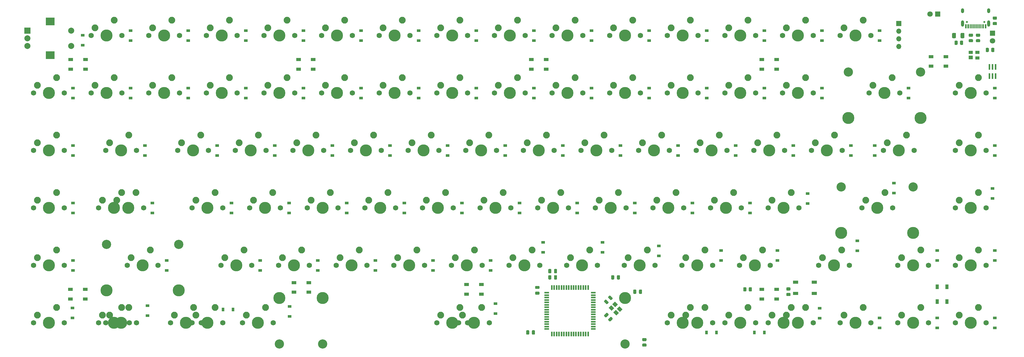
<source format=gbr>
%TF.GenerationSoftware,KiCad,Pcbnew,(5.1.9)-1*%
%TF.CreationDate,2021-05-13T13:18:15-04:00*%
%TF.ProjectId,rnm-75E,726e6d2d-3735-4452-9e6b-696361645f70,rev?*%
%TF.SameCoordinates,Original*%
%TF.FileFunction,Soldermask,Bot*%
%TF.FilePolarity,Negative*%
%FSLAX46Y46*%
G04 Gerber Fmt 4.6, Leading zero omitted, Abs format (unit mm)*
G04 Created by KiCad (PCBNEW (5.1.9)-1) date 2021-05-13 13:18:15*
%MOMM*%
%LPD*%
G01*
G04 APERTURE LIST*
%ADD10C,2.250000*%
%ADD11C,3.987800*%
%ADD12C,1.750000*%
%ADD13C,1.800000*%
%ADD14R,1.800000X1.800000*%
%ADD15C,3.048000*%
%ADD16O,1.700000X1.700000*%
%ADD17R,1.700000X1.700000*%
%ADD18C,0.100000*%
%ADD19R,1.500000X0.550000*%
%ADD20R,0.550000X1.500000*%
%ADD21R,2.000000X2.000000*%
%ADD22C,2.000000*%
%ADD23R,3.000000X2.500000*%
%ADD24R,1.800000X1.100000*%
%ADD25R,0.600000X1.450000*%
%ADD26R,0.300000X1.450000*%
%ADD27O,1.000000X2.100000*%
%ADD28C,0.650000*%
%ADD29O,1.000000X1.600000*%
%ADD30R,0.500000X1.850000*%
%ADD31R,1.400000X1.000000*%
%ADD32R,1.400000X1.200000*%
%ADD33R,1.500000X1.000000*%
%ADD34R,1.000000X1.500000*%
%ADD35R,1.200000X0.900000*%
%ADD36R,0.900000X1.200000*%
G04 APERTURE END LIST*
%TO.C,R2*%
G36*
G01*
X566337500Y-67812499D02*
X566337500Y-68712501D01*
G75*
G02*
X566087501Y-68962500I-249999J0D01*
G01*
X565562499Y-68962500D01*
G75*
G02*
X565312500Y-68712501I0J249999D01*
G01*
X565312500Y-67812499D01*
G75*
G02*
X565562499Y-67562500I249999J0D01*
G01*
X566087501Y-67562500D01*
G75*
G02*
X566337500Y-67812499I0J-249999D01*
G01*
G37*
G36*
G01*
X568162500Y-67812499D02*
X568162500Y-68712501D01*
G75*
G02*
X567912501Y-68962500I-249999J0D01*
G01*
X567387499Y-68962500D01*
G75*
G02*
X567137500Y-68712501I0J249999D01*
G01*
X567137500Y-67812499D01*
G75*
G02*
X567387499Y-67562500I249999J0D01*
G01*
X567912501Y-67562500D01*
G75*
G02*
X568162500Y-67812499I0J-249999D01*
G01*
G37*
%TD*%
D10*
%TO.C,MX83*%
X624046250Y-55245000D03*
D11*
X621506250Y-60325000D03*
D10*
X617696250Y-57785000D03*
D12*
X616426250Y-60325000D03*
X626586250Y-60325000D03*
%TD*%
D10*
%TO.C,MX57*%
X533558750Y-55245000D03*
D11*
X531018750Y-60325000D03*
D10*
X527208750Y-57785000D03*
D12*
X525938750Y-60325000D03*
X536098750Y-60325000D03*
%TD*%
%TO.C,C_FM1*%
G36*
G01*
X500837500Y-62705000D02*
X500837500Y-61755000D01*
G75*
G02*
X501087500Y-61505000I250000J0D01*
G01*
X501587500Y-61505000D01*
G75*
G02*
X501837500Y-61755000I0J-250000D01*
G01*
X501837500Y-62705000D01*
G75*
G02*
X501587500Y-62955000I-250000J0D01*
G01*
X501087500Y-62955000D01*
G75*
G02*
X500837500Y-62705000I0J250000D01*
G01*
G37*
G36*
G01*
X502737500Y-62705000D02*
X502737500Y-61755000D01*
G75*
G02*
X502987500Y-61505000I250000J0D01*
G01*
X503487500Y-61505000D01*
G75*
G02*
X503737500Y-61755000I0J-250000D01*
G01*
X503737500Y-62705000D01*
G75*
G02*
X503487500Y-62955000I-250000J0D01*
G01*
X502987500Y-62955000D01*
G75*
G02*
X502737500Y-62705000I0J250000D01*
G01*
G37*
%TD*%
D13*
%TO.C,CAPS_LOCK_LED2*%
X647700000Y14128750D03*
D14*
X647700000Y16668750D03*
%TD*%
D13*
%TO.C,CAPS_LOCK_LED1*%
X627062500Y23018750D03*
D14*
X629602500Y23018750D03*
%TD*%
D10*
%TO.C,MX93*%
X471646250Y-74295000D03*
D11*
X469106250Y-79375000D03*
D10*
X465296250Y-76835000D03*
D12*
X464026250Y-79375000D03*
X474186250Y-79375000D03*
D15*
X411956250Y-86360000D03*
X526256250Y-86360000D03*
D11*
X411956250Y-71120000D03*
X526256250Y-71120000D03*
%TD*%
D10*
%TO.C,MX92*%
X390683750Y-74295000D03*
D11*
X388143750Y-79375000D03*
D10*
X384333750Y-76835000D03*
D12*
X383063750Y-79375000D03*
X393223750Y-79375000D03*
%TD*%
D10*
%TO.C,MX91*%
X362108750Y-74295000D03*
D11*
X359568750Y-79375000D03*
D10*
X355758750Y-76835000D03*
D12*
X354488750Y-79375000D03*
X364648750Y-79375000D03*
%TD*%
D10*
%TO.C,MX90*%
X359727500Y-36195000D03*
D11*
X357187500Y-41275000D03*
D10*
X353377500Y-38735000D03*
D12*
X352107500Y-41275000D03*
X362267500Y-41275000D03*
%TD*%
D10*
%TO.C,MX85*%
X643096250Y-74295000D03*
D11*
X640556250Y-79375000D03*
D10*
X636746250Y-76835000D03*
D12*
X635476250Y-79375000D03*
X645636250Y-79375000D03*
%TD*%
D10*
%TO.C,MX41*%
X478790000Y-74295000D03*
D11*
X476250000Y-79375000D03*
D10*
X472440000Y-76835000D03*
D12*
X471170000Y-79375000D03*
X481330000Y-79375000D03*
D15*
X426250100Y-86360000D03*
X526249900Y-86360000D03*
D11*
X426250100Y-71120000D03*
X526249900Y-71120000D03*
%TD*%
D16*
%TO.C,J3*%
X616743750Y12223750D03*
X616743750Y14763750D03*
X616743750Y17303750D03*
D17*
X616743750Y19843750D03*
%TD*%
D12*
%TO.C,MX2*%
X340836250Y-22225000D03*
X330676250Y-22225000D03*
D10*
X331946250Y-19685000D03*
D11*
X335756250Y-22225000D03*
D10*
X338296250Y-17145000D03*
%TD*%
%TO.C,MX4*%
X338296250Y-55245000D03*
D11*
X335756250Y-60325000D03*
D10*
X331946250Y-57785000D03*
D12*
X330676250Y-60325000D03*
X340836250Y-60325000D03*
%TD*%
D18*
%TO.C,Y1*%
G36*
X525379347Y-74859988D02*
G01*
X524530819Y-75708516D01*
X523540869Y-74718566D01*
X524389397Y-73870038D01*
X525379347Y-74859988D01*
G37*
G36*
X523823712Y-73304353D02*
G01*
X522975184Y-74152881D01*
X521985234Y-73162931D01*
X522833762Y-72314403D01*
X523823712Y-73304353D01*
G37*
G36*
X522621631Y-74506434D02*
G01*
X521773103Y-75354962D01*
X520783153Y-74365012D01*
X521631681Y-73516484D01*
X522621631Y-74506434D01*
G37*
G36*
X524177266Y-76062069D02*
G01*
X523328738Y-76910597D01*
X522338788Y-75920647D01*
X523187316Y-75072119D01*
X524177266Y-76062069D01*
G37*
%TD*%
D19*
%TO.C,U1*%
X500300000Y-69406250D03*
X500300000Y-70206250D03*
X500300000Y-71006250D03*
X500300000Y-71806250D03*
X500300000Y-72606250D03*
X500300000Y-73406250D03*
X500300000Y-74206250D03*
X500300000Y-75006250D03*
X500300000Y-75806250D03*
X500300000Y-76606250D03*
X500300000Y-77406250D03*
X500300000Y-78206250D03*
X500300000Y-79006250D03*
X500300000Y-79806250D03*
X500300000Y-80606250D03*
X500300000Y-81406250D03*
D20*
X502000000Y-83106250D03*
X502800000Y-83106250D03*
X503600000Y-83106250D03*
X504400000Y-83106250D03*
X505200000Y-83106250D03*
X506000000Y-83106250D03*
X506800000Y-83106250D03*
X507600000Y-83106250D03*
X508400000Y-83106250D03*
X509200000Y-83106250D03*
X510000000Y-83106250D03*
X510800000Y-83106250D03*
X511600000Y-83106250D03*
X512400000Y-83106250D03*
X513200000Y-83106250D03*
X514000000Y-83106250D03*
D19*
X515700000Y-81406250D03*
X515700000Y-80606250D03*
X515700000Y-79806250D03*
X515700000Y-79006250D03*
X515700000Y-78206250D03*
X515700000Y-77406250D03*
X515700000Y-76606250D03*
X515700000Y-75806250D03*
X515700000Y-75006250D03*
X515700000Y-74206250D03*
X515700000Y-73406250D03*
X515700000Y-72606250D03*
X515700000Y-71806250D03*
X515700000Y-71006250D03*
X515700000Y-70206250D03*
X515700000Y-69406250D03*
D20*
X514000000Y-67706250D03*
X513200000Y-67706250D03*
X512400000Y-67706250D03*
X511600000Y-67706250D03*
X510800000Y-67706250D03*
X510000000Y-67706250D03*
X509200000Y-67706250D03*
X508400000Y-67706250D03*
X507600000Y-67706250D03*
X506800000Y-67706250D03*
X506000000Y-67706250D03*
X505200000Y-67706250D03*
X504400000Y-67706250D03*
X503600000Y-67706250D03*
X502800000Y-67706250D03*
X502000000Y-67706250D03*
%TD*%
D21*
%TO.C,SW2*%
X328612500Y17462500D03*
D22*
X328612500Y14962500D03*
X328612500Y12462500D03*
D23*
X336112500Y20562500D03*
X336112500Y9362500D03*
D22*
X343112500Y17462500D03*
X343112500Y12462500D03*
%TD*%
D24*
%TO.C,SW1*%
X582612500Y-65881250D03*
X588812500Y-69581250D03*
X582612500Y-69581250D03*
X588812500Y-65881250D03*
%TD*%
%TO.C,R_u2*%
G36*
G01*
X646506250Y11562501D02*
X646506250Y10662499D01*
G75*
G02*
X646256251Y10412500I-249999J0D01*
G01*
X645731249Y10412500D01*
G75*
G02*
X645481250Y10662499I0J249999D01*
G01*
X645481250Y11562501D01*
G75*
G02*
X645731249Y11812500I249999J0D01*
G01*
X646256251Y11812500D01*
G75*
G02*
X646506250Y11562501I0J-249999D01*
G01*
G37*
G36*
G01*
X648331250Y11562501D02*
X648331250Y10662499D01*
G75*
G02*
X648081251Y10412500I-249999J0D01*
G01*
X647556249Y10412500D01*
G75*
G02*
X647306250Y10662499I0J249999D01*
G01*
X647306250Y11562501D01*
G75*
G02*
X647556249Y11812500I249999J0D01*
G01*
X648081251Y11812500D01*
G75*
G02*
X648331250Y11562501I0J-249999D01*
G01*
G37*
%TD*%
%TO.C,R_u1*%
G36*
G01*
X636987500Y13043749D02*
X636987500Y13943751D01*
G75*
G02*
X637237499Y14193750I249999J0D01*
G01*
X637762501Y14193750D01*
G75*
G02*
X638012500Y13943751I0J-249999D01*
G01*
X638012500Y13043749D01*
G75*
G02*
X637762501Y12793750I-249999J0D01*
G01*
X637237499Y12793750D01*
G75*
G02*
X636987500Y13043749I0J249999D01*
G01*
G37*
G36*
G01*
X635162500Y13043749D02*
X635162500Y13943751D01*
G75*
G02*
X635412499Y14193750I249999J0D01*
G01*
X635937501Y14193750D01*
G75*
G02*
X636187500Y13943751I0J-249999D01*
G01*
X636187500Y13043749D01*
G75*
G02*
X635937501Y12793750I-249999J0D01*
G01*
X635412499Y12793750D01*
G75*
G02*
X635162500Y13043749I0J249999D01*
G01*
G37*
%TD*%
%TO.C,R_SW2*%
G36*
G01*
X533056251Y-87268750D02*
X532156249Y-87268750D01*
G75*
G02*
X531906250Y-87018751I0J249999D01*
G01*
X531906250Y-86493749D01*
G75*
G02*
X532156249Y-86243750I249999J0D01*
G01*
X533056251Y-86243750D01*
G75*
G02*
X533306250Y-86493749I0J-249999D01*
G01*
X533306250Y-87018751D01*
G75*
G02*
X533056251Y-87268750I-249999J0D01*
G01*
G37*
G36*
G01*
X533056251Y-85443750D02*
X532156249Y-85443750D01*
G75*
G02*
X531906250Y-85193751I0J249999D01*
G01*
X531906250Y-84668749D01*
G75*
G02*
X532156249Y-84418750I249999J0D01*
G01*
X533056251Y-84418750D01*
G75*
G02*
X533306250Y-84668749I0J-249999D01*
G01*
X533306250Y-85193751D01*
G75*
G02*
X533056251Y-85443750I-249999J0D01*
G01*
G37*
%TD*%
%TO.C,R_SW1*%
G36*
G01*
X579781249Y-67631250D02*
X580681251Y-67631250D01*
G75*
G02*
X580931250Y-67881249I0J-249999D01*
G01*
X580931250Y-68406251D01*
G75*
G02*
X580681251Y-68656250I-249999J0D01*
G01*
X579781249Y-68656250D01*
G75*
G02*
X579531250Y-68406251I0J249999D01*
G01*
X579531250Y-67881249D01*
G75*
G02*
X579781249Y-67631250I249999J0D01*
G01*
G37*
G36*
G01*
X579781249Y-69456250D02*
X580681251Y-69456250D01*
G75*
G02*
X580931250Y-69706249I0J-249999D01*
G01*
X580931250Y-70231251D01*
G75*
G02*
X580681251Y-70481250I-249999J0D01*
G01*
X579781249Y-70481250D01*
G75*
G02*
X579531250Y-70231251I0J249999D01*
G01*
X579531250Y-69706249D01*
G75*
G02*
X579781249Y-69456250I249999J0D01*
G01*
G37*
%TD*%
%TO.C,R_d2*%
G36*
G01*
X641006251Y15481250D02*
X640106249Y15481250D01*
G75*
G02*
X639856250Y15731249I0J249999D01*
G01*
X639856250Y16256251D01*
G75*
G02*
X640106249Y16506250I249999J0D01*
G01*
X641006251Y16506250D01*
G75*
G02*
X641256250Y16256251I0J-249999D01*
G01*
X641256250Y15731249D01*
G75*
G02*
X641006251Y15481250I-249999J0D01*
G01*
G37*
G36*
G01*
X641006251Y13656250D02*
X640106249Y13656250D01*
G75*
G02*
X639856250Y13906249I0J249999D01*
G01*
X639856250Y14431251D01*
G75*
G02*
X640106249Y14681250I249999J0D01*
G01*
X641006251Y14681250D01*
G75*
G02*
X641256250Y14431251I0J-249999D01*
G01*
X641256250Y13906249D01*
G75*
G02*
X641006251Y13656250I-249999J0D01*
G01*
G37*
%TD*%
%TO.C,R_d1*%
G36*
G01*
X643387501Y15481250D02*
X642487499Y15481250D01*
G75*
G02*
X642237500Y15731249I0J249999D01*
G01*
X642237500Y16256251D01*
G75*
G02*
X642487499Y16506250I249999J0D01*
G01*
X643387501Y16506250D01*
G75*
G02*
X643637500Y16256251I0J-249999D01*
G01*
X643637500Y15731249D01*
G75*
G02*
X643387501Y15481250I-249999J0D01*
G01*
G37*
G36*
G01*
X643387501Y13656250D02*
X642487499Y13656250D01*
G75*
G02*
X642237500Y13906249I0J249999D01*
G01*
X642237500Y14431251D01*
G75*
G02*
X642487499Y14681250I249999J0D01*
G01*
X643387501Y14681250D01*
G75*
G02*
X643637500Y14431251I0J-249999D01*
G01*
X643637500Y13906249D01*
G75*
G02*
X643387501Y13656250I-249999J0D01*
G01*
G37*
%TD*%
%TO.C,R1*%
G36*
G01*
X648943751Y21156250D02*
X648043749Y21156250D01*
G75*
G02*
X647793750Y21406249I0J249999D01*
G01*
X647793750Y21931251D01*
G75*
G02*
X648043749Y22181250I249999J0D01*
G01*
X648943751Y22181250D01*
G75*
G02*
X649193750Y21931251I0J-249999D01*
G01*
X649193750Y21406249D01*
G75*
G02*
X648943751Y21156250I-249999J0D01*
G01*
G37*
G36*
G01*
X648943751Y19331250D02*
X648043749Y19331250D01*
G75*
G02*
X647793750Y19581249I0J249999D01*
G01*
X647793750Y20106251D01*
G75*
G02*
X648043749Y20356250I249999J0D01*
G01*
X648943751Y20356250D01*
G75*
G02*
X649193750Y20106251I0J-249999D01*
G01*
X649193750Y19581249D01*
G75*
G02*
X648943751Y19331250I-249999J0D01*
G01*
G37*
%TD*%
D10*
%TO.C,MX89*%
X643096250Y-55245000D03*
D11*
X640556250Y-60325000D03*
D10*
X636746250Y-57785000D03*
D12*
X635476250Y-60325000D03*
X645636250Y-60325000D03*
%TD*%
D10*
%TO.C,MX88*%
X643096250Y-36195000D03*
D11*
X640556250Y-41275000D03*
D10*
X636746250Y-38735000D03*
D12*
X635476250Y-41275000D03*
X645636250Y-41275000D03*
%TD*%
D10*
%TO.C,MX87*%
X643096250Y-17145000D03*
D11*
X640556250Y-22225000D03*
D10*
X636746250Y-19685000D03*
D12*
X635476250Y-22225000D03*
X645636250Y-22225000D03*
%TD*%
D10*
%TO.C,MX86*%
X643096250Y1905000D03*
D11*
X640556250Y-3175000D03*
D10*
X636746250Y-635000D03*
D12*
X635476250Y-3175000D03*
X645636250Y-3175000D03*
%TD*%
D10*
%TO.C,MX84*%
X624046250Y-74295000D03*
D11*
X621506250Y-79375000D03*
D10*
X617696250Y-76835000D03*
D12*
X616426250Y-79375000D03*
X626586250Y-79375000D03*
%TD*%
D10*
%TO.C,MX82*%
X612140000Y-36195000D03*
D11*
X609600000Y-41275000D03*
D10*
X605790000Y-38735000D03*
D12*
X604520000Y-41275000D03*
X614680000Y-41275000D03*
D15*
X597693750Y-34290000D03*
X621506250Y-34290000D03*
D11*
X597693750Y-49530000D03*
X621506250Y-49530000D03*
%TD*%
D10*
%TO.C,MX81*%
X619283750Y-17145000D03*
D11*
X616743750Y-22225000D03*
D10*
X612933750Y-19685000D03*
D12*
X611663750Y-22225000D03*
X621823750Y-22225000D03*
%TD*%
D10*
%TO.C,MX80*%
X614521250Y1905000D03*
D11*
X611981250Y-3175000D03*
D10*
X608171250Y-635000D03*
D12*
X606901250Y-3175000D03*
X617061250Y-3175000D03*
D15*
X600075000Y3810000D03*
X623887500Y3810000D03*
D11*
X600075000Y-11430000D03*
X623887500Y-11430000D03*
%TD*%
D10*
%TO.C,MX79*%
X604996250Y-74295000D03*
D11*
X602456250Y-79375000D03*
D10*
X598646250Y-76835000D03*
D12*
X597376250Y-79375000D03*
X607536250Y-79375000D03*
%TD*%
D10*
%TO.C,MX78*%
X604996250Y20955000D03*
D11*
X602456250Y15875000D03*
D10*
X598646250Y18415000D03*
D12*
X597376250Y15875000D03*
X607536250Y15875000D03*
%TD*%
D10*
%TO.C,MX77*%
X597852500Y-55245000D03*
D11*
X595312500Y-60325000D03*
D10*
X591502500Y-57785000D03*
D12*
X590232500Y-60325000D03*
X600392500Y-60325000D03*
%TD*%
D10*
%TO.C,MX76*%
X595471250Y-17145000D03*
D11*
X592931250Y-22225000D03*
D10*
X589121250Y-19685000D03*
D12*
X587851250Y-22225000D03*
X598011250Y-22225000D03*
%TD*%
D10*
%TO.C,MX75*%
X585946250Y1905000D03*
D11*
X583406250Y-3175000D03*
D10*
X579596250Y-635000D03*
D12*
X578326250Y-3175000D03*
X588486250Y-3175000D03*
%TD*%
D10*
%TO.C,MX74*%
X585946250Y20955000D03*
D11*
X583406250Y15875000D03*
D10*
X579596250Y18415000D03*
D12*
X578326250Y15875000D03*
X588486250Y15875000D03*
%TD*%
D10*
%TO.C,MX73*%
X581183750Y-36195000D03*
D11*
X578643750Y-41275000D03*
D10*
X574833750Y-38735000D03*
D12*
X573563750Y-41275000D03*
X583723750Y-41275000D03*
%TD*%
D10*
%TO.C,MX72*%
X576421250Y-17145000D03*
D11*
X573881250Y-22225000D03*
D10*
X570071250Y-19685000D03*
D12*
X568801250Y-22225000D03*
X578961250Y-22225000D03*
%TD*%
D10*
%TO.C,MX71*%
X581183750Y-74295000D03*
D11*
X578643750Y-79375000D03*
D10*
X574833750Y-76835000D03*
D12*
X573563750Y-79375000D03*
X583723750Y-79375000D03*
%TD*%
D10*
%TO.C,MX70*%
X585946250Y-74295000D03*
D11*
X583406250Y-79375000D03*
D10*
X579596250Y-76835000D03*
D12*
X578326250Y-79375000D03*
X588486250Y-79375000D03*
%TD*%
D10*
%TO.C,MX69*%
X571658750Y-55245000D03*
D11*
X569118750Y-60325000D03*
D10*
X565308750Y-57785000D03*
D12*
X564038750Y-60325000D03*
X574198750Y-60325000D03*
%TD*%
D10*
%TO.C,MX68*%
X566896250Y1905000D03*
D11*
X564356250Y-3175000D03*
D10*
X560546250Y-635000D03*
D12*
X559276250Y-3175000D03*
X569436250Y-3175000D03*
%TD*%
D10*
%TO.C,MX67*%
X566896250Y20955000D03*
D11*
X564356250Y15875000D03*
D10*
X560546250Y18415000D03*
D12*
X559276250Y15875000D03*
X569436250Y15875000D03*
%TD*%
D10*
%TO.C,MX66*%
X562133750Y-36195000D03*
D11*
X559593750Y-41275000D03*
D10*
X555783750Y-38735000D03*
D12*
X554513750Y-41275000D03*
X564673750Y-41275000D03*
%TD*%
D10*
%TO.C,MX65*%
X557371250Y-17145000D03*
D11*
X554831250Y-22225000D03*
D10*
X551021250Y-19685000D03*
D12*
X549751250Y-22225000D03*
X559911250Y-22225000D03*
%TD*%
D10*
%TO.C,MX64*%
X552608750Y-74295000D03*
D11*
X550068750Y-79375000D03*
D10*
X546258750Y-76835000D03*
D12*
X544988750Y-79375000D03*
X555148750Y-79375000D03*
%TD*%
D10*
%TO.C,MX63*%
X566896250Y-74295000D03*
D11*
X564356250Y-79375000D03*
D10*
X560546250Y-76835000D03*
D12*
X559276250Y-79375000D03*
X569436250Y-79375000D03*
%TD*%
D10*
%TO.C,MX62*%
X552608750Y-55245000D03*
D11*
X550068750Y-60325000D03*
D10*
X546258750Y-57785000D03*
D12*
X544988750Y-60325000D03*
X555148750Y-60325000D03*
%TD*%
D10*
%TO.C,MX61*%
X547846250Y1905000D03*
D11*
X545306250Y-3175000D03*
D10*
X541496250Y-635000D03*
D12*
X540226250Y-3175000D03*
X550386250Y-3175000D03*
%TD*%
D10*
%TO.C,MX60*%
X547846250Y20955000D03*
D11*
X545306250Y15875000D03*
D10*
X541496250Y18415000D03*
D12*
X540226250Y15875000D03*
X550386250Y15875000D03*
%TD*%
D10*
%TO.C,MX59*%
X543083750Y-36195000D03*
D11*
X540543750Y-41275000D03*
D10*
X536733750Y-38735000D03*
D12*
X535463750Y-41275000D03*
X545623750Y-41275000D03*
%TD*%
D10*
%TO.C,MX58*%
X538321250Y-17145000D03*
D11*
X535781250Y-22225000D03*
D10*
X531971250Y-19685000D03*
D12*
X530701250Y-22225000D03*
X540861250Y-22225000D03*
%TD*%
D10*
%TO.C,MX56*%
X528796250Y1905000D03*
D11*
X526256250Y-3175000D03*
D10*
X522446250Y-635000D03*
D12*
X521176250Y-3175000D03*
X531336250Y-3175000D03*
%TD*%
D10*
%TO.C,MX55*%
X528796250Y20955000D03*
D11*
X526256250Y15875000D03*
D10*
X522446250Y18415000D03*
D12*
X521176250Y15875000D03*
X531336250Y15875000D03*
%TD*%
D10*
%TO.C,MX54*%
X524033750Y-36195000D03*
D11*
X521493750Y-41275000D03*
D10*
X517683750Y-38735000D03*
D12*
X516413750Y-41275000D03*
X526573750Y-41275000D03*
%TD*%
D10*
%TO.C,MX53*%
X547846250Y-74295000D03*
D11*
X545306250Y-79375000D03*
D10*
X541496250Y-76835000D03*
D12*
X540226250Y-79375000D03*
X550386250Y-79375000D03*
%TD*%
D10*
%TO.C,MX52*%
X519271250Y-17145000D03*
D11*
X516731250Y-22225000D03*
D10*
X512921250Y-19685000D03*
D12*
X511651250Y-22225000D03*
X521811250Y-22225000D03*
%TD*%
D10*
%TO.C,MX51*%
X514508750Y-55245000D03*
D11*
X511968750Y-60325000D03*
D10*
X508158750Y-57785000D03*
D12*
X506888750Y-60325000D03*
X517048750Y-60325000D03*
%TD*%
D10*
%TO.C,MX50*%
X509746250Y1905000D03*
D11*
X507206250Y-3175000D03*
D10*
X503396250Y-635000D03*
D12*
X502126250Y-3175000D03*
X512286250Y-3175000D03*
%TD*%
D10*
%TO.C,MX49*%
X509746250Y20955000D03*
D11*
X507206250Y15875000D03*
D10*
X503396250Y18415000D03*
D12*
X502126250Y15875000D03*
X512286250Y15875000D03*
%TD*%
D10*
%TO.C,MX48*%
X504983750Y-36195000D03*
D11*
X502443750Y-41275000D03*
D10*
X498633750Y-38735000D03*
D12*
X497363750Y-41275000D03*
X507523750Y-41275000D03*
%TD*%
D10*
%TO.C,MX47*%
X500221250Y-17145000D03*
D11*
X497681250Y-22225000D03*
D10*
X493871250Y-19685000D03*
D12*
X492601250Y-22225000D03*
X502761250Y-22225000D03*
%TD*%
D10*
%TO.C,MX46*%
X495458750Y-55245000D03*
D11*
X492918750Y-60325000D03*
D10*
X489108750Y-57785000D03*
D12*
X487838750Y-60325000D03*
X497998750Y-60325000D03*
%TD*%
D10*
%TO.C,MX45*%
X490696250Y1905000D03*
D11*
X488156250Y-3175000D03*
D10*
X484346250Y-635000D03*
D12*
X483076250Y-3175000D03*
X493236250Y-3175000D03*
%TD*%
D10*
%TO.C,MX44*%
X490696250Y20955000D03*
D11*
X488156250Y15875000D03*
D10*
X484346250Y18415000D03*
D12*
X483076250Y15875000D03*
X493236250Y15875000D03*
%TD*%
D10*
%TO.C,MX43*%
X485933750Y-36195000D03*
D11*
X483393750Y-41275000D03*
D10*
X479583750Y-38735000D03*
D12*
X478313750Y-41275000D03*
X488473750Y-41275000D03*
%TD*%
D10*
%TO.C,MX42*%
X481171250Y-17145000D03*
D11*
X478631250Y-22225000D03*
D10*
X474821250Y-19685000D03*
D12*
X473551250Y-22225000D03*
X483711250Y-22225000D03*
%TD*%
D10*
%TO.C,MX40*%
X476408750Y-55245000D03*
D11*
X473868750Y-60325000D03*
D10*
X470058750Y-57785000D03*
D12*
X468788750Y-60325000D03*
X478948750Y-60325000D03*
%TD*%
D10*
%TO.C,MX39*%
X471646250Y1905000D03*
D11*
X469106250Y-3175000D03*
D10*
X465296250Y-635000D03*
D12*
X464026250Y-3175000D03*
X474186250Y-3175000D03*
%TD*%
D10*
%TO.C,MX38*%
X471646250Y20955000D03*
D11*
X469106250Y15875000D03*
D10*
X465296250Y18415000D03*
D12*
X464026250Y15875000D03*
X474186250Y15875000D03*
%TD*%
D10*
%TO.C,MX37*%
X466883750Y-36195000D03*
D11*
X464343750Y-41275000D03*
D10*
X460533750Y-38735000D03*
D12*
X459263750Y-41275000D03*
X469423750Y-41275000D03*
%TD*%
D10*
%TO.C,MX36*%
X462121250Y-17145000D03*
D11*
X459581250Y-22225000D03*
D10*
X455771250Y-19685000D03*
D12*
X454501250Y-22225000D03*
X464661250Y-22225000D03*
%TD*%
D10*
%TO.C,MX35*%
X457358750Y-55245000D03*
D11*
X454818750Y-60325000D03*
D10*
X451008750Y-57785000D03*
D12*
X449738750Y-60325000D03*
X459898750Y-60325000D03*
%TD*%
D10*
%TO.C,MX34*%
X452596250Y1905000D03*
D11*
X450056250Y-3175000D03*
D10*
X446246250Y-635000D03*
D12*
X444976250Y-3175000D03*
X455136250Y-3175000D03*
%TD*%
D10*
%TO.C,MX33*%
X452596250Y20955000D03*
D11*
X450056250Y15875000D03*
D10*
X446246250Y18415000D03*
D12*
X444976250Y15875000D03*
X455136250Y15875000D03*
%TD*%
D10*
%TO.C,MX32*%
X447833750Y-36195000D03*
D11*
X445293750Y-41275000D03*
D10*
X441483750Y-38735000D03*
D12*
X440213750Y-41275000D03*
X450373750Y-41275000D03*
%TD*%
D10*
%TO.C,MX31*%
X443071250Y-17145000D03*
D11*
X440531250Y-22225000D03*
D10*
X436721250Y-19685000D03*
D12*
X435451250Y-22225000D03*
X445611250Y-22225000D03*
%TD*%
D10*
%TO.C,MX30*%
X438308750Y-55245000D03*
D11*
X435768750Y-60325000D03*
D10*
X431958750Y-57785000D03*
D12*
X430688750Y-60325000D03*
X440848750Y-60325000D03*
%TD*%
D10*
%TO.C,MX29*%
X433546250Y1905000D03*
D11*
X431006250Y-3175000D03*
D10*
X427196250Y-635000D03*
D12*
X425926250Y-3175000D03*
X436086250Y-3175000D03*
%TD*%
D10*
%TO.C,MX28*%
X433546250Y20955000D03*
D11*
X431006250Y15875000D03*
D10*
X427196250Y18415000D03*
D12*
X425926250Y15875000D03*
X436086250Y15875000D03*
%TD*%
D10*
%TO.C,MX27*%
X428783750Y-36195000D03*
D11*
X426243750Y-41275000D03*
D10*
X422433750Y-38735000D03*
D12*
X421163750Y-41275000D03*
X431323750Y-41275000D03*
%TD*%
D10*
%TO.C,MX26*%
X424021250Y-17145000D03*
D11*
X421481250Y-22225000D03*
D10*
X417671250Y-19685000D03*
D12*
X416401250Y-22225000D03*
X426561250Y-22225000D03*
%TD*%
D10*
%TO.C,MX25*%
X419258750Y-55245000D03*
D11*
X416718750Y-60325000D03*
D10*
X412908750Y-57785000D03*
D12*
X411638750Y-60325000D03*
X421798750Y-60325000D03*
%TD*%
D10*
%TO.C,MX24*%
X414496250Y1905000D03*
D11*
X411956250Y-3175000D03*
D10*
X408146250Y-635000D03*
D12*
X406876250Y-3175000D03*
X417036250Y-3175000D03*
%TD*%
D10*
%TO.C,MX23*%
X414496250Y20955000D03*
D11*
X411956250Y15875000D03*
D10*
X408146250Y18415000D03*
D12*
X406876250Y15875000D03*
X417036250Y15875000D03*
%TD*%
D10*
%TO.C,MX22*%
X409733750Y-36195000D03*
D11*
X407193750Y-41275000D03*
D10*
X403383750Y-38735000D03*
D12*
X402113750Y-41275000D03*
X412273750Y-41275000D03*
%TD*%
D10*
%TO.C,MX21*%
X404971250Y-17145000D03*
D11*
X402431250Y-22225000D03*
D10*
X398621250Y-19685000D03*
D12*
X397351250Y-22225000D03*
X407511250Y-22225000D03*
%TD*%
D10*
%TO.C,MX20*%
X407352500Y-74295000D03*
D11*
X404812500Y-79375000D03*
D10*
X401002500Y-76835000D03*
D12*
X399732500Y-79375000D03*
X409892500Y-79375000D03*
%TD*%
D10*
%TO.C,MX19*%
X400208750Y-55245000D03*
D11*
X397668750Y-60325000D03*
D10*
X393858750Y-57785000D03*
D12*
X392588750Y-60325000D03*
X402748750Y-60325000D03*
%TD*%
D10*
%TO.C,MX18*%
X395446250Y1905000D03*
D11*
X392906250Y-3175000D03*
D10*
X389096250Y-635000D03*
D12*
X387826250Y-3175000D03*
X397986250Y-3175000D03*
%TD*%
D10*
%TO.C,MX17*%
X395446250Y20955000D03*
D11*
X392906250Y15875000D03*
D10*
X389096250Y18415000D03*
D12*
X387826250Y15875000D03*
X397986250Y15875000D03*
%TD*%
D10*
%TO.C,MX16*%
X390683750Y-36195000D03*
D11*
X388143750Y-41275000D03*
D10*
X384333750Y-38735000D03*
D12*
X383063750Y-41275000D03*
X393223750Y-41275000D03*
%TD*%
D10*
%TO.C,MX15*%
X385921250Y-17145000D03*
D11*
X383381250Y-22225000D03*
D10*
X379571250Y-19685000D03*
D12*
X378301250Y-22225000D03*
X388461250Y-22225000D03*
%TD*%
D10*
%TO.C,MX14*%
X383540000Y-74295000D03*
D11*
X381000000Y-79375000D03*
D10*
X377190000Y-76835000D03*
D12*
X375920000Y-79375000D03*
X386080000Y-79375000D03*
%TD*%
D10*
%TO.C,MX13*%
X376396250Y1905000D03*
D11*
X373856250Y-3175000D03*
D10*
X370046250Y-635000D03*
D12*
X368776250Y-3175000D03*
X378936250Y-3175000D03*
%TD*%
D10*
%TO.C,MX12*%
X376396250Y20955000D03*
D11*
X373856250Y15875000D03*
D10*
X370046250Y18415000D03*
D12*
X368776250Y15875000D03*
X378936250Y15875000D03*
%TD*%
D10*
%TO.C,MX11*%
X359727500Y-74295000D03*
D11*
X357187500Y-79375000D03*
D10*
X353377500Y-76835000D03*
D12*
X352107500Y-79375000D03*
X362267500Y-79375000D03*
%TD*%
D10*
%TO.C,MX10*%
X369252500Y-55245000D03*
D11*
X366712500Y-60325000D03*
D10*
X362902500Y-57785000D03*
D12*
X361632500Y-60325000D03*
X371792500Y-60325000D03*
D15*
X354806250Y-53340000D03*
X378618750Y-53340000D03*
D11*
X354806250Y-68580000D03*
X378618750Y-68580000D03*
%TD*%
D10*
%TO.C,MX9*%
X364490000Y-36195000D03*
D11*
X361950000Y-41275000D03*
D10*
X358140000Y-38735000D03*
D12*
X356870000Y-41275000D03*
X367030000Y-41275000D03*
%TD*%
D10*
%TO.C,MX8*%
X362108750Y-17145000D03*
D11*
X359568750Y-22225000D03*
D10*
X355758750Y-19685000D03*
D12*
X354488750Y-22225000D03*
X364648750Y-22225000D03*
%TD*%
D10*
%TO.C,MX7*%
X357346250Y1905000D03*
D11*
X354806250Y-3175000D03*
D10*
X350996250Y-635000D03*
D12*
X349726250Y-3175000D03*
X359886250Y-3175000D03*
%TD*%
D10*
%TO.C,MX6*%
X357346250Y20955000D03*
D11*
X354806250Y15875000D03*
D10*
X350996250Y18415000D03*
D12*
X349726250Y15875000D03*
X359886250Y15875000D03*
%TD*%
D10*
%TO.C,MX5*%
X338296250Y-74295000D03*
D11*
X335756250Y-79375000D03*
D10*
X331946250Y-76835000D03*
D12*
X330676250Y-79375000D03*
X340836250Y-79375000D03*
%TD*%
D10*
%TO.C,MX3*%
X338296250Y-36195000D03*
D11*
X335756250Y-41275000D03*
D10*
X331946250Y-38735000D03*
D12*
X330676250Y-41275000D03*
X340836250Y-41275000D03*
%TD*%
%TO.C,MX1*%
X340836250Y-3175000D03*
X330676250Y-3175000D03*
D10*
X331946250Y-635000D03*
D11*
X335756250Y-3175000D03*
D10*
X338296250Y1905000D03*
%TD*%
D25*
%TO.C,J2*%
X645393750Y18973750D03*
X644593750Y18973750D03*
X639693750Y18973750D03*
X638893750Y18973750D03*
X638893750Y18973750D03*
X639693750Y18973750D03*
X644593750Y18973750D03*
X645393750Y18973750D03*
D26*
X640393750Y18973750D03*
X640893750Y18973750D03*
X641393750Y18973750D03*
X642393750Y18973750D03*
X642893750Y18973750D03*
X643393750Y18973750D03*
X643893750Y18973750D03*
X641893750Y18973750D03*
D27*
X646463750Y19888750D03*
X637823750Y19888750D03*
D28*
X639253750Y20418750D03*
D29*
X637823750Y24068750D03*
D28*
X645033750Y20418750D03*
D29*
X646463750Y24068750D03*
%TD*%
D30*
%TO.C,J1*%
X646700000Y2443750D03*
X646700000Y5493750D03*
X647700000Y2443750D03*
X647700000Y5493750D03*
X648700000Y2443750D03*
X648700000Y5493750D03*
%TD*%
%TO.C,F1*%
G36*
G01*
X634375000Y15250000D02*
X634375000Y16500000D01*
G75*
G02*
X634625000Y16750000I250000J0D01*
G01*
X635375000Y16750000D01*
G75*
G02*
X635625000Y16500000I0J-250000D01*
G01*
X635625000Y15250000D01*
G75*
G02*
X635375000Y15000000I-250000J0D01*
G01*
X634625000Y15000000D01*
G75*
G02*
X634375000Y15250000I0J250000D01*
G01*
G37*
G36*
G01*
X637175000Y15250000D02*
X637175000Y16500000D01*
G75*
G02*
X637425000Y16750000I250000J0D01*
G01*
X638175000Y16750000D01*
G75*
G02*
X638425000Y16500000I0J-250000D01*
G01*
X638425000Y15250000D01*
G75*
G02*
X638175000Y15000000I-250000J0D01*
G01*
X637425000Y15000000D01*
G75*
G02*
X637175000Y15250000I0J250000D01*
G01*
G37*
%TD*%
D31*
%TO.C,ESD1*%
X642756250Y8418750D03*
X642756250Y10318750D03*
X640556250Y10318750D03*
D32*
X640556250Y8598750D03*
%TD*%
D33*
%TO.C,D98*%
X347731250Y-68250000D03*
X347731250Y-71450000D03*
X342831250Y-68250000D03*
X342831250Y-71450000D03*
%TD*%
%TO.C,D97*%
X416740000Y-69240000D03*
X416740000Y-66040000D03*
X421640000Y-69240000D03*
X421640000Y-66040000D03*
%TD*%
%TO.C,D96*%
X473800000Y-69862500D03*
X473800000Y-66662500D03*
X478700000Y-69862500D03*
X478700000Y-66662500D03*
%TD*%
%TO.C,D95*%
X571431250Y-71450000D03*
X571431250Y-68250000D03*
X576331250Y-71450000D03*
X576331250Y-68250000D03*
%TD*%
D34*
%TO.C,D94*%
X632631250Y-72300000D03*
X629431250Y-72300000D03*
X632631250Y-67400000D03*
X629431250Y-67400000D03*
%TD*%
D33*
%TO.C,D93*%
X627380000Y5690000D03*
X627380000Y8890000D03*
X632280000Y5690000D03*
X632280000Y8890000D03*
%TD*%
%TO.C,D92*%
X576331250Y7950000D03*
X576331250Y4750000D03*
X571431250Y7950000D03*
X571431250Y4750000D03*
%TD*%
%TO.C,D91*%
X500131250Y7950000D03*
X500131250Y4750000D03*
X495231250Y7950000D03*
X495231250Y4750000D03*
%TD*%
%TO.C,D90*%
X418237500Y4750000D03*
X418237500Y7950000D03*
X423137500Y4750000D03*
X423137500Y7950000D03*
%TD*%
%TO.C,D89*%
X347800000Y7937500D03*
X347800000Y4737500D03*
X342900000Y7937500D03*
X342900000Y4737500D03*
%TD*%
D35*
%TO.C,D88*%
X648493750Y-58675000D03*
X648493750Y-55375000D03*
%TD*%
%TO.C,D87*%
X647700000Y-38100000D03*
X647700000Y-34800000D03*
%TD*%
%TO.C,D86*%
X648493750Y-20575000D03*
X648493750Y-23875000D03*
%TD*%
%TO.C,D85*%
X648493750Y-1525000D03*
X648493750Y-4825000D03*
%TD*%
%TO.C,D84*%
X346868750Y16000000D03*
X346868750Y12700000D03*
%TD*%
%TO.C,D83*%
X648493750Y-77725000D03*
X648493750Y-81025000D03*
%TD*%
%TO.C,D82*%
X629443750Y-77725000D03*
X629443750Y-81025000D03*
%TD*%
%TO.C,D81*%
X629412000Y-58675000D03*
X629412000Y-55375000D03*
%TD*%
%TO.C,D80*%
X615156250Y-36387500D03*
X615156250Y-33087500D03*
%TD*%
%TO.C,D79*%
X608806250Y-20575000D03*
X608806250Y-23875000D03*
%TD*%
%TO.C,D78*%
X619918750Y-1525000D03*
X619918750Y-4825000D03*
%TD*%
%TO.C,D77*%
X610393750Y-77725000D03*
X610393750Y-81025000D03*
%TD*%
%TO.C,D76*%
X610393750Y17525000D03*
X610393750Y14225000D03*
%TD*%
%TO.C,D75*%
X602996000Y-55500000D03*
X602996000Y-52200000D03*
%TD*%
%TO.C,D74*%
X600868750Y-20575000D03*
X600868750Y-23875000D03*
%TD*%
%TO.C,D73*%
X591343750Y-1525000D03*
X591343750Y-4825000D03*
%TD*%
%TO.C,D72*%
X591343750Y17525000D03*
X591343750Y14225000D03*
%TD*%
%TO.C,D71*%
X586581250Y-39812500D03*
X586581250Y-36512500D03*
%TD*%
%TO.C,D70*%
X581818750Y-20575000D03*
X581818750Y-23875000D03*
%TD*%
%TO.C,D69*%
X576580000Y-58675000D03*
X576580000Y-55375000D03*
%TD*%
%TO.C,D68*%
X572293750Y-1525000D03*
X572293750Y-4825000D03*
%TD*%
%TO.C,D67*%
X572293750Y17525000D03*
X572293750Y14225000D03*
%TD*%
%TO.C,D66*%
X590550000Y-74550000D03*
X590550000Y-77850000D03*
%TD*%
%TO.C,D65*%
X567531250Y-39625000D03*
X567531250Y-42925000D03*
%TD*%
%TO.C,D64*%
X562768750Y-20575000D03*
X562768750Y-23875000D03*
%TD*%
%TO.C,D63*%
X558006250Y-58675000D03*
X558006250Y-55375000D03*
%TD*%
%TO.C,D62*%
X553243750Y-1525000D03*
X553243750Y-4825000D03*
%TD*%
%TO.C,D61*%
X553243750Y17525000D03*
X553243750Y14225000D03*
%TD*%
D36*
%TO.C,D60*%
X572293750Y-82550000D03*
X568993750Y-82550000D03*
%TD*%
D35*
%TO.C,D59*%
X548481250Y-39625000D03*
X548481250Y-42925000D03*
%TD*%
%TO.C,D58*%
X543718750Y-20575000D03*
X543718750Y-23875000D03*
%TD*%
%TO.C,D57*%
X537368750Y-57212500D03*
X537368750Y-53912500D03*
%TD*%
%TO.C,D56*%
X534193750Y-1525000D03*
X534193750Y-4825000D03*
%TD*%
%TO.C,D55*%
X534193750Y17525000D03*
X534193750Y14225000D03*
%TD*%
%TO.C,D54*%
X529431250Y-39625000D03*
X529431250Y-42925000D03*
%TD*%
D36*
%TO.C,D53*%
X556481250Y-82550000D03*
X553181250Y-82550000D03*
%TD*%
D35*
%TO.C,D52*%
X524668750Y-20575000D03*
X524668750Y-23875000D03*
%TD*%
%TO.C,D51*%
X518795000Y-56005000D03*
X518795000Y-52705000D03*
%TD*%
%TO.C,D50*%
X515143750Y-1525000D03*
X515143750Y-4825000D03*
%TD*%
%TO.C,D49*%
X515143750Y17525000D03*
X515143750Y14225000D03*
%TD*%
%TO.C,D48*%
X510381250Y-39625000D03*
X510381250Y-42925000D03*
%TD*%
%TO.C,D47*%
X505618750Y-20575000D03*
X505618750Y-23875000D03*
%TD*%
%TO.C,D46*%
X499110000Y-56005000D03*
X499110000Y-52705000D03*
%TD*%
%TO.C,D45*%
X496093750Y-1525000D03*
X496093750Y-4825000D03*
%TD*%
%TO.C,D44*%
X496093750Y17525000D03*
X496093750Y14225000D03*
%TD*%
%TO.C,D43*%
X491331250Y-39625000D03*
X491331250Y-42925000D03*
%TD*%
%TO.C,D42*%
X486568750Y-20575000D03*
X486568750Y-23875000D03*
%TD*%
%TO.C,D41*%
X483393750Y-76325000D03*
X483393750Y-73025000D03*
%TD*%
%TO.C,D40*%
X481806250Y-58675000D03*
X481806250Y-61975000D03*
%TD*%
%TO.C,D39*%
X477043750Y-1525000D03*
X477043750Y-4825000D03*
%TD*%
%TO.C,D38*%
X477043750Y17525000D03*
X477043750Y14225000D03*
%TD*%
%TO.C,D37*%
X472281250Y-39625000D03*
X472281250Y-42925000D03*
%TD*%
%TO.C,D36*%
X467518750Y-20575000D03*
X467518750Y-23875000D03*
%TD*%
%TO.C,D35*%
X462756250Y-58675000D03*
X462756250Y-61975000D03*
%TD*%
%TO.C,D34*%
X457993750Y-1525000D03*
X457993750Y-4825000D03*
%TD*%
%TO.C,D33*%
X457993750Y17525000D03*
X457993750Y14225000D03*
%TD*%
%TO.C,D32*%
X453231250Y-39625000D03*
X453231250Y-42925000D03*
%TD*%
%TO.C,D31*%
X448468750Y-20575000D03*
X448468750Y-23875000D03*
%TD*%
%TO.C,D30*%
X443706250Y-58675000D03*
X443706250Y-61975000D03*
%TD*%
%TO.C,D29*%
X438943750Y-1525000D03*
X438943750Y-4825000D03*
%TD*%
%TO.C,D28*%
X438943750Y17525000D03*
X438943750Y14225000D03*
%TD*%
%TO.C,D27*%
X434181250Y-39625000D03*
X434181250Y-42925000D03*
%TD*%
%TO.C,D26*%
X429418750Y-20575000D03*
X429418750Y-23875000D03*
%TD*%
%TO.C,D25*%
X424656250Y-58675000D03*
X424656250Y-61975000D03*
%TD*%
%TO.C,D24*%
X419893750Y-1525000D03*
X419893750Y-4825000D03*
%TD*%
%TO.C,D23*%
X419893750Y17525000D03*
X419893750Y14225000D03*
%TD*%
%TO.C,D22*%
X415131250Y-39625000D03*
X415131250Y-42925000D03*
%TD*%
%TO.C,D21*%
X410368750Y-20575000D03*
X410368750Y-23875000D03*
%TD*%
%TO.C,D20*%
X415290000Y-77215000D03*
X415290000Y-73915000D03*
%TD*%
%TO.C,D19*%
X405606250Y-58675000D03*
X405606250Y-61975000D03*
%TD*%
%TO.C,D18*%
X400843750Y-1525000D03*
X400843750Y-4825000D03*
%TD*%
%TO.C,D17*%
X400843750Y17525000D03*
X400843750Y14225000D03*
%TD*%
%TO.C,D16*%
X396081250Y-39625000D03*
X396081250Y-42925000D03*
%TD*%
%TO.C,D15*%
X391318750Y-20575000D03*
X391318750Y-23875000D03*
%TD*%
D36*
%TO.C,D14*%
X393320000Y-74930000D03*
X396620000Y-74930000D03*
%TD*%
D35*
%TO.C,D13*%
X381793750Y-1525000D03*
X381793750Y-4825000D03*
%TD*%
%TO.C,D12*%
X381793750Y17525000D03*
X381793750Y14225000D03*
%TD*%
%TO.C,D11*%
X368300000Y-76960000D03*
X368300000Y-73660000D03*
%TD*%
%TO.C,D10*%
X374650000Y-58675000D03*
X374650000Y-61975000D03*
%TD*%
%TO.C,D9*%
X369887500Y-39625000D03*
X369887500Y-42925000D03*
%TD*%
%TO.C,D8*%
X367506250Y-20575000D03*
X367506250Y-23875000D03*
%TD*%
%TO.C,D7*%
X362743750Y-1525000D03*
X362743750Y-4825000D03*
%TD*%
%TO.C,D6*%
X362743750Y17525000D03*
X362743750Y14225000D03*
%TD*%
%TO.C,D5*%
X343535000Y-77725000D03*
X343535000Y-74425000D03*
%TD*%
%TO.C,D4*%
X343693750Y-58675000D03*
X343693750Y-61975000D03*
%TD*%
%TO.C,D3*%
X343693750Y-39625000D03*
X343693750Y-42925000D03*
%TD*%
%TO.C,D2*%
X343693750Y-20575000D03*
X343693750Y-23875000D03*
%TD*%
%TO.C,D1*%
X343693750Y-1525000D03*
X343693750Y-4825000D03*
%TD*%
%TO.C,CF3*%
G36*
G01*
X528931250Y-69531250D02*
X528931250Y-68581250D01*
G75*
G02*
X529181250Y-68331250I250000J0D01*
G01*
X529681250Y-68331250D01*
G75*
G02*
X529931250Y-68581250I0J-250000D01*
G01*
X529931250Y-69531250D01*
G75*
G02*
X529681250Y-69781250I-250000J0D01*
G01*
X529181250Y-69781250D01*
G75*
G02*
X528931250Y-69531250I0J250000D01*
G01*
G37*
G36*
G01*
X530831250Y-69531250D02*
X530831250Y-68581250D01*
G75*
G02*
X531081250Y-68331250I250000J0D01*
G01*
X531581250Y-68331250D01*
G75*
G02*
X531831250Y-68581250I0J-250000D01*
G01*
X531831250Y-69531250D01*
G75*
G02*
X531581250Y-69781250I-250000J0D01*
G01*
X531081250Y-69781250D01*
G75*
G02*
X530831250Y-69531250I0J250000D01*
G01*
G37*
%TD*%
%TO.C,C_X2*%
G36*
G01*
X520045927Y-71737322D02*
X520717678Y-72409073D01*
G75*
G02*
X520717678Y-72762627I-176777J-176777D01*
G01*
X520364125Y-73116180D01*
G75*
G02*
X520010571Y-73116180I-176777J176777D01*
G01*
X519338820Y-72444429D01*
G75*
G02*
X519338820Y-72090875I176777J176777D01*
G01*
X519692373Y-71737322D01*
G75*
G02*
X520045927Y-71737322I176777J-176777D01*
G01*
G37*
G36*
G01*
X521389429Y-70393820D02*
X522061180Y-71065571D01*
G75*
G02*
X522061180Y-71419125I-176777J-176777D01*
G01*
X521707627Y-71772678D01*
G75*
G02*
X521354073Y-71772678I-176777J176777D01*
G01*
X520682322Y-71100927D01*
G75*
G02*
X520682322Y-70747373I176777J176777D01*
G01*
X521035875Y-70393820D01*
G75*
G02*
X521389429Y-70393820I176777J-176777D01*
G01*
G37*
%TD*%
%TO.C,C_X1*%
G36*
G01*
X520717678Y-76815927D02*
X520045927Y-77487678D01*
G75*
G02*
X519692373Y-77487678I-176777J176777D01*
G01*
X519338820Y-77134125D01*
G75*
G02*
X519338820Y-76780571I176777J176777D01*
G01*
X520010571Y-76108820D01*
G75*
G02*
X520364125Y-76108820I176777J-176777D01*
G01*
X520717678Y-76462373D01*
G75*
G02*
X520717678Y-76815927I-176777J-176777D01*
G01*
G37*
G36*
G01*
X522061180Y-78159429D02*
X521389429Y-78831180D01*
G75*
G02*
X521035875Y-78831180I-176777J176777D01*
G01*
X520682322Y-78477627D01*
G75*
G02*
X520682322Y-78124073I176777J176777D01*
G01*
X521354073Y-77452322D01*
G75*
G02*
X521707627Y-77452322I176777J-176777D01*
G01*
X522061180Y-77805875D01*
G75*
G02*
X522061180Y-78159429I-176777J-176777D01*
G01*
G37*
%TD*%
%TO.C,C_ucap1*%
G36*
G01*
X524531250Y-63818750D02*
X524531250Y-64768750D01*
G75*
G02*
X524281250Y-65018750I-250000J0D01*
G01*
X523781250Y-65018750D01*
G75*
G02*
X523531250Y-64768750I0J250000D01*
G01*
X523531250Y-63818750D01*
G75*
G02*
X523781250Y-63568750I250000J0D01*
G01*
X524281250Y-63568750D01*
G75*
G02*
X524531250Y-63818750I0J-250000D01*
G01*
G37*
G36*
G01*
X522631250Y-63818750D02*
X522631250Y-64768750D01*
G75*
G02*
X522381250Y-65018750I-250000J0D01*
G01*
X521881250Y-65018750D01*
G75*
G02*
X521631250Y-64768750I0J250000D01*
G01*
X521631250Y-63818750D01*
G75*
G02*
X521881250Y-63568750I250000J0D01*
G01*
X522381250Y-63568750D01*
G75*
G02*
X522631250Y-63818750I0J-250000D01*
G01*
G37*
%TD*%
%TO.C,C_F4*%
G36*
G01*
X496730000Y-67130000D02*
X497680000Y-67130000D01*
G75*
G02*
X497930000Y-67380000I0J-250000D01*
G01*
X497930000Y-67880000D01*
G75*
G02*
X497680000Y-68130000I-250000J0D01*
G01*
X496730000Y-68130000D01*
G75*
G02*
X496480000Y-67880000I0J250000D01*
G01*
X496480000Y-67380000D01*
G75*
G02*
X496730000Y-67130000I250000J0D01*
G01*
G37*
G36*
G01*
X496730000Y-69030000D02*
X497680000Y-69030000D01*
G75*
G02*
X497930000Y-69280000I0J-250000D01*
G01*
X497930000Y-69780000D01*
G75*
G02*
X497680000Y-70030000I-250000J0D01*
G01*
X496730000Y-70030000D01*
G75*
G02*
X496480000Y-69780000I0J250000D01*
G01*
X496480000Y-69280000D01*
G75*
G02*
X496730000Y-69030000I250000J0D01*
G01*
G37*
%TD*%
%TO.C,C_F2*%
G36*
G01*
X496430000Y-82075000D02*
X496430000Y-83025000D01*
G75*
G02*
X496180000Y-83275000I-250000J0D01*
G01*
X495680000Y-83275000D01*
G75*
G02*
X495430000Y-83025000I0J250000D01*
G01*
X495430000Y-82075000D01*
G75*
G02*
X495680000Y-81825000I250000J0D01*
G01*
X496180000Y-81825000D01*
G75*
G02*
X496430000Y-82075000I0J-250000D01*
G01*
G37*
G36*
G01*
X494530000Y-82075000D02*
X494530000Y-83025000D01*
G75*
G02*
X494280000Y-83275000I-250000J0D01*
G01*
X493780000Y-83275000D01*
G75*
G02*
X493530000Y-83025000I0J250000D01*
G01*
X493530000Y-82075000D01*
G75*
G02*
X493780000Y-81825000I250000J0D01*
G01*
X494280000Y-81825000D01*
G75*
G02*
X494530000Y-82075000I0J-250000D01*
G01*
G37*
%TD*%
%TO.C,C_F1*%
G36*
G01*
X500837500Y-64768750D02*
X500837500Y-63818750D01*
G75*
G02*
X501087500Y-63568750I250000J0D01*
G01*
X501587500Y-63568750D01*
G75*
G02*
X501837500Y-63818750I0J-250000D01*
G01*
X501837500Y-64768750D01*
G75*
G02*
X501587500Y-65018750I-250000J0D01*
G01*
X501087500Y-65018750D01*
G75*
G02*
X500837500Y-64768750I0J250000D01*
G01*
G37*
G36*
G01*
X502737500Y-64768750D02*
X502737500Y-63818750D01*
G75*
G02*
X502987500Y-63568750I250000J0D01*
G01*
X503487500Y-63568750D01*
G75*
G02*
X503737500Y-63818750I0J-250000D01*
G01*
X503737500Y-64768750D01*
G75*
G02*
X503487500Y-65018750I-250000J0D01*
G01*
X502987500Y-65018750D01*
G75*
G02*
X502737500Y-64768750I0J250000D01*
G01*
G37*
%TD*%
M02*

</source>
